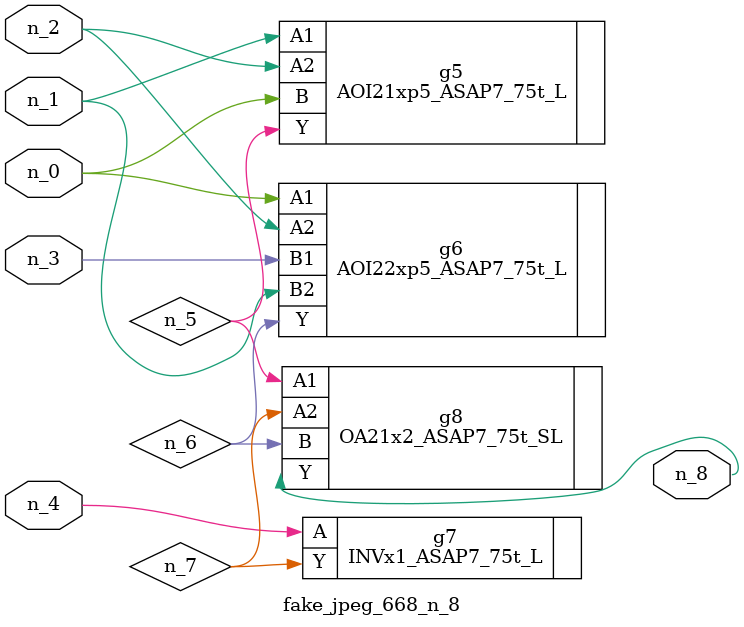
<source format=v>
module fake_jpeg_668_n_8 (n_3, n_2, n_1, n_0, n_4, n_8);

input n_3;
input n_2;
input n_1;
input n_0;
input n_4;

output n_8;

wire n_6;
wire n_5;
wire n_7;

AOI21xp5_ASAP7_75t_L g5 ( 
.A1(n_1),
.A2(n_2),
.B(n_0),
.Y(n_5)
);

AOI22xp5_ASAP7_75t_L g6 ( 
.A1(n_0),
.A2(n_2),
.B1(n_3),
.B2(n_1),
.Y(n_6)
);

INVx1_ASAP7_75t_L g7 ( 
.A(n_4),
.Y(n_7)
);

OA21x2_ASAP7_75t_SL g8 ( 
.A1(n_5),
.A2(n_7),
.B(n_6),
.Y(n_8)
);


endmodule
</source>
